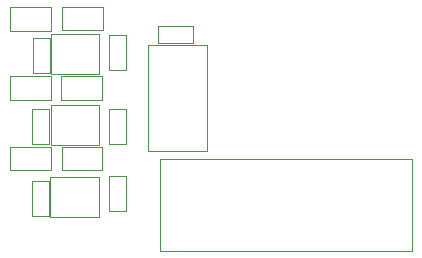
<source format=gbr>
G04 #@! TF.GenerationSoftware,KiCad,Pcbnew,9.0.0*
G04 #@! TF.CreationDate,2025-09-01T12:56:58+03:00*
G04 #@! TF.ProjectId,OV24-RV_V1.0,4f563234-2d52-4565-9f56-312e302e6b69,rev?*
G04 #@! TF.SameCoordinates,Original*
G04 #@! TF.FileFunction,Other,User*
%FSLAX46Y46*%
G04 Gerber Fmt 4.6, Leading zero omitted, Abs format (unit mm)*
G04 Created by KiCad (PCBNEW 9.0.0) date 2025-09-01 12:56:58*
%MOMM*%
%LPD*%
G01*
G04 APERTURE LIST*
%ADD10C,0.050000*%
%ADD11C,0.100000*%
G04 APERTURE END LIST*
D10*
X57873750Y-73851250D02*
X57873750Y-77251250D01*
X57873750Y-77251250D02*
X61973750Y-77251250D01*
X61973750Y-73851250D02*
X57873750Y-73851250D01*
X61973750Y-77251250D02*
X61973750Y-73851250D01*
X54453750Y-77421250D02*
X57853750Y-77421250D01*
X54453750Y-79381250D02*
X54453750Y-77421250D01*
X57853750Y-77421250D02*
X57853750Y-79381250D01*
X57853750Y-79381250D02*
X54453750Y-79381250D01*
D11*
X67143750Y-78442250D02*
X88443750Y-78442250D01*
X67143750Y-86266250D02*
X67143750Y-78442250D01*
X88443750Y-78442250D02*
X88443750Y-86266250D01*
X88443750Y-86266250D02*
X67143750Y-86266250D01*
D10*
X57823750Y-79961250D02*
X57823750Y-83361250D01*
X57823750Y-83361250D02*
X61923750Y-83361250D01*
X61923750Y-79961250D02*
X57823750Y-79961250D01*
X61923750Y-83361250D02*
X61923750Y-79961250D01*
X54442500Y-71466250D02*
X57842500Y-71466250D01*
X54442500Y-73426250D02*
X54442500Y-71466250D01*
X57842500Y-71466250D02*
X57842500Y-73426250D01*
X57842500Y-73426250D02*
X54442500Y-73426250D01*
X58853750Y-65561250D02*
X62253750Y-65561250D01*
X58853750Y-67521250D02*
X58853750Y-65561250D01*
X62253750Y-65561250D02*
X62253750Y-67521250D01*
X62253750Y-67521250D02*
X58853750Y-67521250D01*
X66083750Y-68801250D02*
X66083750Y-77801250D01*
X66083750Y-77801250D02*
X71083750Y-77801250D01*
X71083750Y-68801250D02*
X66083750Y-68801250D01*
X71083750Y-77801250D02*
X71083750Y-68801250D01*
X62783750Y-67936250D02*
X64243750Y-67936250D01*
X62783750Y-70896250D02*
X62783750Y-67936250D01*
X64243750Y-67936250D02*
X64243750Y-70896250D01*
X64243750Y-70896250D02*
X62783750Y-70896250D01*
X57860000Y-67886250D02*
X57860000Y-71286250D01*
X57860000Y-71286250D02*
X61960000Y-71286250D01*
X61960000Y-67886250D02*
X57860000Y-67886250D01*
X61960000Y-71286250D02*
X61960000Y-67886250D01*
X58762500Y-71466250D02*
X62162500Y-71466250D01*
X58762500Y-73426250D02*
X58762500Y-71466250D01*
X62162500Y-71466250D02*
X62162500Y-73426250D01*
X62162500Y-73426250D02*
X58762500Y-73426250D01*
X66948750Y-67161250D02*
X69908750Y-67161250D01*
X66948750Y-68621250D02*
X66948750Y-67161250D01*
X69908750Y-67161250D02*
X69908750Y-68621250D01*
X69908750Y-68621250D02*
X66948750Y-68621250D01*
X62783750Y-74186250D02*
X64243750Y-74186250D01*
X62783750Y-77146250D02*
X62783750Y-74186250D01*
X64243750Y-74186250D02*
X64243750Y-77146250D01*
X64243750Y-77146250D02*
X62783750Y-77146250D01*
X56283750Y-74191250D02*
X57743750Y-74191250D01*
X56283750Y-77151250D02*
X56283750Y-74191250D01*
X57743750Y-74191250D02*
X57743750Y-77151250D01*
X57743750Y-77151250D02*
X56283750Y-77151250D01*
X56327500Y-68226250D02*
X57787500Y-68226250D01*
X56327500Y-71186250D02*
X56327500Y-68226250D01*
X57787500Y-68226250D02*
X57787500Y-71186250D01*
X57787500Y-71186250D02*
X56327500Y-71186250D01*
X62753750Y-79903750D02*
X64213750Y-79903750D01*
X62753750Y-82863750D02*
X62753750Y-79903750D01*
X64213750Y-79903750D02*
X64213750Y-82863750D01*
X64213750Y-82863750D02*
X62753750Y-82863750D01*
X56273750Y-80311250D02*
X57733750Y-80311250D01*
X56273750Y-83271250D02*
X56273750Y-80311250D01*
X57733750Y-80311250D02*
X57733750Y-83271250D01*
X57733750Y-83271250D02*
X56273750Y-83271250D01*
X58793750Y-77431250D02*
X62193750Y-77431250D01*
X58793750Y-79391250D02*
X58793750Y-77431250D01*
X62193750Y-77431250D02*
X62193750Y-79391250D01*
X62193750Y-79391250D02*
X58793750Y-79391250D01*
X54453750Y-65621250D02*
X57853750Y-65621250D01*
X54453750Y-67581250D02*
X54453750Y-65621250D01*
X57853750Y-65621250D02*
X57853750Y-67581250D01*
X57853750Y-67581250D02*
X54453750Y-67581250D01*
M02*

</source>
